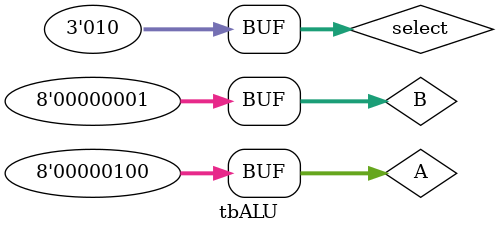
<source format=v>
`timescale 1ns / 1ps


module tbALU;

	// Inputs
	reg [7:0] A;
	reg [7:0] B;
	reg [2:0] select;

	// Outputs
	wire [7:0] op1;

	// Instantiate the Unit Under Test (UUT)
	ALUmain uut (
		.A(A), 
		.B(B), 
		.select(select), 
		.op1(op1)
	);

	initial begin
		// Initialize Inputs
		A = 4;
		B = 1;
		select = 2;

		// Wait 100 ns for global reset to finish
		#100;
        
		// Add stimulus here

	end
      
endmodule


</source>
